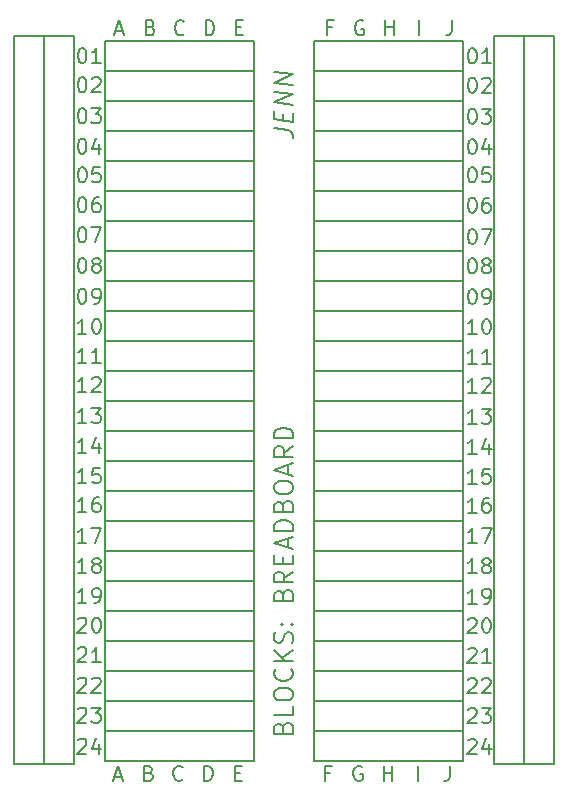
<source format=gto>
G04 #@! TF.GenerationSoftware,KiCad,Pcbnew,(6.0.8-1)-1*
G04 #@! TF.CreationDate,2022-11-13T23:51:14-06:00*
G04 #@! TF.ProjectId,BlocksBreadboard,426c6f63-6b73-4427-9265-6164626f6172,rev?*
G04 #@! TF.SameCoordinates,Original*
G04 #@! TF.FileFunction,Legend,Top*
G04 #@! TF.FilePolarity,Positive*
%FSLAX46Y46*%
G04 Gerber Fmt 4.6, Leading zero omitted, Abs format (unit mm)*
G04 Created by KiCad (PCBNEW (6.0.8-1)-1) date 2022-11-13 23:51:14*
%MOMM*%
%LPD*%
G01*
G04 APERTURE LIST*
%ADD10C,0.150000*%
%ADD11C,0.190500*%
%ADD12C,0.200000*%
%ADD13C,1.700000*%
%ADD14O,1.700000X1.700000*%
G04 APERTURE END LIST*
D10*
X163830000Y-49149000D02*
X168910000Y-49149000D01*
X168910000Y-49149000D02*
X168910000Y-110744000D01*
X168910000Y-110744000D02*
X163830000Y-110744000D01*
X163830000Y-110744000D02*
X163830000Y-49149000D01*
X161195173Y-49555088D02*
X161195173Y-110515088D01*
X130873500Y-110515088D02*
X143510000Y-110515088D01*
X130869921Y-102901745D02*
X143510000Y-102895088D01*
X148622173Y-62255088D02*
X161195173Y-62255088D01*
X148622173Y-87655088D02*
X161195173Y-87655088D01*
X130937000Y-95275088D02*
X143510000Y-95275088D01*
X130937000Y-80035088D02*
X143510000Y-80035088D01*
X130937000Y-62255088D02*
X143510000Y-62255088D01*
X130937000Y-74955088D02*
X143510000Y-74955088D01*
X130937000Y-100355088D02*
X143510000Y-100355088D01*
X130937000Y-64795088D02*
X143510000Y-64795088D01*
X148558673Y-110515088D02*
X161195173Y-110515088D01*
X148558673Y-90195088D02*
X161131673Y-90195088D01*
X148558673Y-105435088D02*
X161195173Y-105435088D01*
X130937000Y-69875088D02*
X143510000Y-69875088D01*
X148622173Y-57175088D02*
X161195173Y-57175088D01*
X130937000Y-87655088D02*
X143510000Y-87655088D01*
X130937000Y-52095088D02*
X143510000Y-52095088D01*
X148622173Y-85115088D02*
X161195173Y-85115088D01*
X148622173Y-74955088D02*
X161195173Y-74955088D01*
X130873500Y-90195088D02*
X143446500Y-90195088D01*
X130873500Y-105435088D02*
X143510000Y-105435088D01*
X130873500Y-110515088D02*
X130873500Y-49555088D01*
X130937000Y-59715088D02*
X143510000Y-59715088D01*
X148558673Y-72415088D02*
X161131673Y-72415088D01*
X130937000Y-97815088D02*
X143510000Y-97815088D01*
X148558673Y-110515088D02*
X148558673Y-49555088D01*
X148622173Y-67335088D02*
X161195173Y-67335088D01*
X130937000Y-57175088D02*
X143510000Y-57175088D01*
X148622173Y-100355088D02*
X161195173Y-100355088D01*
X130873500Y-49555088D02*
X143446500Y-49555088D01*
X148622173Y-64795088D02*
X161195173Y-64795088D01*
X148558673Y-54635088D02*
X161131673Y-54635088D01*
X130937000Y-85115088D02*
X143510000Y-85115088D01*
X125730000Y-49149000D02*
X125730000Y-110744000D01*
X148622173Y-95275088D02*
X161195173Y-95275088D01*
X166370000Y-49149000D02*
X166370000Y-110744000D01*
X123190000Y-49149000D02*
X128270000Y-49149000D01*
X128270000Y-49149000D02*
X128270000Y-110744000D01*
X128270000Y-110744000D02*
X123190000Y-110744000D01*
X123190000Y-110744000D02*
X123190000Y-49149000D01*
X148558673Y-107975088D02*
X161195173Y-107975088D01*
X143510000Y-49555088D02*
X143510000Y-110515088D01*
X130873500Y-107975088D02*
X143510000Y-107975088D01*
X130937000Y-67335088D02*
X143510000Y-67335088D01*
X148622173Y-82575088D02*
X161195173Y-82575088D01*
X130937000Y-82575088D02*
X143510000Y-82575088D01*
X148622173Y-52095088D02*
X161195173Y-52095088D01*
X148555094Y-102901745D02*
X161195173Y-102895088D01*
X148622173Y-69875088D02*
X161195173Y-69875088D01*
X148622173Y-92735088D02*
X161195173Y-92735088D01*
X148622173Y-59715088D02*
X161195173Y-59715088D01*
X148558673Y-49555088D02*
X161131673Y-49555088D01*
X130937000Y-92735088D02*
X143510000Y-92735088D01*
X148622173Y-77495088D02*
X161195173Y-77495088D01*
X148622173Y-97815088D02*
X161195173Y-97815088D01*
X130873500Y-54635088D02*
X143446500Y-54635088D01*
X148622173Y-80035088D02*
X161195173Y-80035088D01*
X130873500Y-72415088D02*
X143446500Y-72415088D01*
X130937000Y-77495088D02*
X143510000Y-77495088D01*
D11*
X154577142Y-49088523D02*
X154577142Y-47818523D01*
X154577142Y-48423285D02*
X155302857Y-48423285D01*
X155302857Y-49088523D02*
X155302857Y-47818523D01*
X137426095Y-112086571D02*
X137365619Y-112147047D01*
X137184190Y-112207523D01*
X137063238Y-112207523D01*
X136881809Y-112147047D01*
X136760857Y-112026095D01*
X136700380Y-111905142D01*
X136639904Y-111663238D01*
X136639904Y-111481809D01*
X136700380Y-111239904D01*
X136760857Y-111118952D01*
X136881809Y-110998000D01*
X137063238Y-110937523D01*
X137184190Y-110937523D01*
X137365619Y-110998000D01*
X137426095Y-111058476D01*
X141840857Y-111542285D02*
X142264190Y-111542285D01*
X142445619Y-112207523D02*
X141840857Y-112207523D01*
X141840857Y-110937523D01*
X142445619Y-110937523D01*
X162319788Y-97197706D02*
X161594073Y-97197706D01*
X161956931Y-97197706D02*
X161956931Y-95927706D01*
X161835978Y-96109135D01*
X161715026Y-96230087D01*
X161594073Y-96290563D01*
X162924550Y-97197706D02*
X163166454Y-97197706D01*
X163287407Y-97137230D01*
X163347883Y-97076754D01*
X163468835Y-96895325D01*
X163529312Y-96653421D01*
X163529312Y-96169611D01*
X163468835Y-96048659D01*
X163408359Y-95988183D01*
X163287407Y-95927706D01*
X163045502Y-95927706D01*
X162924550Y-95988183D01*
X162864073Y-96048659D01*
X162803597Y-96169611D01*
X162803597Y-96471992D01*
X162864073Y-96592944D01*
X162924550Y-96653421D01*
X163045502Y-96713897D01*
X163287407Y-96713897D01*
X163408359Y-96653421D01*
X163468835Y-96592944D01*
X163529312Y-96471992D01*
X131777619Y-48725666D02*
X132382380Y-48725666D01*
X131656666Y-49088523D02*
X132080000Y-47818523D01*
X132503333Y-49088523D01*
X128862072Y-70543202D02*
X128983025Y-70543202D01*
X129103977Y-70603679D01*
X129164453Y-70664155D01*
X129224930Y-70785107D01*
X129285406Y-71027012D01*
X129285406Y-71329393D01*
X129224930Y-71571298D01*
X129164453Y-71692250D01*
X129103977Y-71752726D01*
X128983025Y-71813202D01*
X128862072Y-71813202D01*
X128741120Y-71752726D01*
X128680644Y-71692250D01*
X128620168Y-71571298D01*
X128559691Y-71329393D01*
X128559691Y-71027012D01*
X128620168Y-70785107D01*
X128680644Y-70664155D01*
X128741120Y-70603679D01*
X128862072Y-70543202D01*
X129890168Y-71813202D02*
X130132072Y-71813202D01*
X130253025Y-71752726D01*
X130313501Y-71692250D01*
X130434453Y-71510821D01*
X130494930Y-71268917D01*
X130494930Y-70785107D01*
X130434453Y-70664155D01*
X130373977Y-70603679D01*
X130253025Y-70543202D01*
X130011120Y-70543202D01*
X129890168Y-70603679D01*
X129829691Y-70664155D01*
X129769215Y-70785107D01*
X129769215Y-71087488D01*
X129829691Y-71208440D01*
X129890168Y-71268917D01*
X130011120Y-71329393D01*
X130253025Y-71329393D01*
X130373977Y-71268917D01*
X130434453Y-71208440D01*
X130494930Y-71087488D01*
X128559691Y-108752813D02*
X128620168Y-108692337D01*
X128741120Y-108631860D01*
X129043501Y-108631860D01*
X129164453Y-108692337D01*
X129224930Y-108752813D01*
X129285406Y-108873765D01*
X129285406Y-108994717D01*
X129224930Y-109176146D01*
X128499215Y-109901860D01*
X129285406Y-109901860D01*
X130373977Y-109055194D02*
X130373977Y-109901860D01*
X130071596Y-108571384D02*
X129769215Y-109478527D01*
X130555406Y-109478527D01*
X129285406Y-79306202D02*
X128559691Y-79306202D01*
X128922549Y-79306202D02*
X128922549Y-78036202D01*
X128801596Y-78217631D01*
X128680644Y-78338583D01*
X128559691Y-78399059D01*
X129769215Y-78157155D02*
X129829691Y-78096679D01*
X129950644Y-78036202D01*
X130253025Y-78036202D01*
X130373977Y-78096679D01*
X130434453Y-78157155D01*
X130494930Y-78278107D01*
X130494930Y-78399059D01*
X130434453Y-78580488D01*
X129708739Y-79306202D01*
X130494930Y-79306202D01*
X131650619Y-111844666D02*
X132255380Y-111844666D01*
X131529666Y-112207523D02*
X131953000Y-110937523D01*
X132376333Y-112207523D01*
X161896454Y-62835303D02*
X162017407Y-62835303D01*
X162138359Y-62895780D01*
X162198835Y-62956256D01*
X162259312Y-63077208D01*
X162319788Y-63319113D01*
X162319788Y-63621494D01*
X162259312Y-63863399D01*
X162198835Y-63984351D01*
X162138359Y-64044827D01*
X162017407Y-64105303D01*
X161896454Y-64105303D01*
X161775502Y-64044827D01*
X161715026Y-63984351D01*
X161654550Y-63863399D01*
X161594073Y-63621494D01*
X161594073Y-63319113D01*
X161654550Y-63077208D01*
X161715026Y-62956256D01*
X161775502Y-62895780D01*
X161896454Y-62835303D01*
X163408359Y-62835303D02*
X163166454Y-62835303D01*
X163045502Y-62895780D01*
X162985026Y-62956256D01*
X162864073Y-63137684D01*
X162803597Y-63379589D01*
X162803597Y-63863399D01*
X162864073Y-63984351D01*
X162924550Y-64044827D01*
X163045502Y-64105303D01*
X163287407Y-64105303D01*
X163408359Y-64044827D01*
X163468835Y-63984351D01*
X163529312Y-63863399D01*
X163529312Y-63561018D01*
X163468835Y-63440065D01*
X163408359Y-63379589D01*
X163287407Y-63319113D01*
X163045502Y-63319113D01*
X162924550Y-63379589D01*
X162864073Y-63440065D01*
X162803597Y-63561018D01*
X162319788Y-92078986D02*
X161594073Y-92078986D01*
X161956931Y-92078986D02*
X161956931Y-90808986D01*
X161835978Y-90990415D01*
X161715026Y-91111367D01*
X161594073Y-91171843D01*
X162743121Y-90808986D02*
X163589788Y-90808986D01*
X163045502Y-92078986D01*
X161896454Y-52685207D02*
X162017407Y-52685207D01*
X162138359Y-52745684D01*
X162198835Y-52806160D01*
X162259312Y-52927112D01*
X162319788Y-53169017D01*
X162319788Y-53471398D01*
X162259312Y-53713303D01*
X162198835Y-53834255D01*
X162138359Y-53894731D01*
X162017407Y-53955207D01*
X161896454Y-53955207D01*
X161775502Y-53894731D01*
X161715026Y-53834255D01*
X161654550Y-53713303D01*
X161594073Y-53471398D01*
X161594073Y-53169017D01*
X161654550Y-52927112D01*
X161715026Y-52806160D01*
X161775502Y-52745684D01*
X161896454Y-52685207D01*
X162803597Y-52806160D02*
X162864073Y-52745684D01*
X162985026Y-52685207D01*
X163287407Y-52685207D01*
X163408359Y-52745684D01*
X163468835Y-52806160D01*
X163529312Y-52927112D01*
X163529312Y-53048064D01*
X163468835Y-53229493D01*
X162743121Y-53955207D01*
X163529312Y-53955207D01*
X161896454Y-70582303D02*
X162017407Y-70582303D01*
X162138359Y-70642780D01*
X162198835Y-70703256D01*
X162259312Y-70824208D01*
X162319788Y-71066113D01*
X162319788Y-71368494D01*
X162259312Y-71610399D01*
X162198835Y-71731351D01*
X162138359Y-71791827D01*
X162017407Y-71852303D01*
X161896454Y-71852303D01*
X161775502Y-71791827D01*
X161715026Y-71731351D01*
X161654550Y-71610399D01*
X161594073Y-71368494D01*
X161594073Y-71066113D01*
X161654550Y-70824208D01*
X161715026Y-70703256D01*
X161775502Y-70642780D01*
X161896454Y-70582303D01*
X162924550Y-71852303D02*
X163166454Y-71852303D01*
X163287407Y-71791827D01*
X163347883Y-71731351D01*
X163468835Y-71549922D01*
X163529312Y-71308018D01*
X163529312Y-70824208D01*
X163468835Y-70703256D01*
X163408359Y-70642780D01*
X163287407Y-70582303D01*
X163045502Y-70582303D01*
X162924550Y-70642780D01*
X162864073Y-70703256D01*
X162803597Y-70824208D01*
X162803597Y-71126589D01*
X162864073Y-71247541D01*
X162924550Y-71308018D01*
X163045502Y-71368494D01*
X163287407Y-71368494D01*
X163408359Y-71308018D01*
X163468835Y-71247541D01*
X163529312Y-71126589D01*
D12*
X145179285Y-56973636D02*
X146315000Y-57115600D01*
X146542142Y-57219708D01*
X146693571Y-57390065D01*
X146769285Y-57626672D01*
X146769285Y-57778100D01*
X145936428Y-56311136D02*
X145936428Y-55781136D01*
X146769285Y-55658100D02*
X146769285Y-56415243D01*
X145179285Y-56216493D01*
X145179285Y-55459350D01*
X146769285Y-54976672D02*
X145179285Y-54777922D01*
X146769285Y-54068100D01*
X145179285Y-53869350D01*
X146769285Y-53310958D02*
X145179285Y-53112208D01*
X146769285Y-52402386D01*
X145179285Y-52203636D01*
D11*
X150041428Y-48423285D02*
X149618095Y-48423285D01*
X149618095Y-49088523D02*
X149618095Y-47818523D01*
X150222857Y-47818523D01*
X162319788Y-74392303D02*
X161594073Y-74392303D01*
X161956931Y-74392303D02*
X161956931Y-73122303D01*
X161835978Y-73303732D01*
X161715026Y-73424684D01*
X161594073Y-73485160D01*
X163105978Y-73122303D02*
X163226931Y-73122303D01*
X163347883Y-73182780D01*
X163408359Y-73243256D01*
X163468835Y-73364208D01*
X163529312Y-73606113D01*
X163529312Y-73908494D01*
X163468835Y-74150399D01*
X163408359Y-74271351D01*
X163347883Y-74331827D01*
X163226931Y-74392303D01*
X163105978Y-74392303D01*
X162985026Y-74331827D01*
X162924550Y-74271351D01*
X162864073Y-74150399D01*
X162803597Y-73908494D01*
X162803597Y-73606113D01*
X162864073Y-73364208D01*
X162924550Y-73243256D01*
X162985026Y-73182780D01*
X163105978Y-73122303D01*
X149914428Y-111542285D02*
X149491095Y-111542285D01*
X149491095Y-112207523D02*
X149491095Y-110937523D01*
X150095857Y-110937523D01*
X162319788Y-79345303D02*
X161594073Y-79345303D01*
X161956931Y-79345303D02*
X161956931Y-78075303D01*
X161835978Y-78256732D01*
X161715026Y-78377684D01*
X161594073Y-78438160D01*
X162803597Y-78196256D02*
X162864073Y-78135780D01*
X162985026Y-78075303D01*
X163287407Y-78075303D01*
X163408359Y-78135780D01*
X163468835Y-78196256D01*
X163529312Y-78317208D01*
X163529312Y-78438160D01*
X163468835Y-78619589D01*
X162743121Y-79345303D01*
X163529312Y-79345303D01*
X160074428Y-110937523D02*
X160074428Y-111844666D01*
X160013952Y-112026095D01*
X159893000Y-112147047D01*
X159711571Y-112207523D01*
X159590619Y-112207523D01*
X128862072Y-65344523D02*
X128983025Y-65344523D01*
X129103977Y-65405000D01*
X129164453Y-65465476D01*
X129224930Y-65586428D01*
X129285406Y-65828333D01*
X129285406Y-66130714D01*
X129224930Y-66372619D01*
X129164453Y-66493571D01*
X129103977Y-66554047D01*
X128983025Y-66614523D01*
X128862072Y-66614523D01*
X128741120Y-66554047D01*
X128680644Y-66493571D01*
X128620168Y-66372619D01*
X128559691Y-66130714D01*
X128559691Y-65828333D01*
X128620168Y-65586428D01*
X128680644Y-65465476D01*
X128741120Y-65405000D01*
X128862072Y-65344523D01*
X129708739Y-65344523D02*
X130555406Y-65344523D01*
X130011120Y-66614523D01*
X162319788Y-94651607D02*
X161594073Y-94651607D01*
X161956931Y-94651607D02*
X161956931Y-93381607D01*
X161835978Y-93563036D01*
X161715026Y-93683988D01*
X161594073Y-93744464D01*
X163045502Y-93925893D02*
X162924550Y-93865417D01*
X162864073Y-93804941D01*
X162803597Y-93683988D01*
X162803597Y-93623512D01*
X162864073Y-93502560D01*
X162924550Y-93442084D01*
X163045502Y-93381607D01*
X163287407Y-93381607D01*
X163408359Y-93442084D01*
X163468835Y-93502560D01*
X163529312Y-93623512D01*
X163529312Y-93683988D01*
X163468835Y-93804941D01*
X163408359Y-93865417D01*
X163287407Y-93925893D01*
X163045502Y-93925893D01*
X162924550Y-93986369D01*
X162864073Y-94046845D01*
X162803597Y-94167798D01*
X162803597Y-94409703D01*
X162864073Y-94530655D01*
X162924550Y-94591131D01*
X163045502Y-94651607D01*
X163287407Y-94651607D01*
X163408359Y-94591131D01*
X163468835Y-94530655D01*
X163529312Y-94409703D01*
X163529312Y-94167798D01*
X163468835Y-94046845D01*
X163408359Y-93986369D01*
X163287407Y-93925893D01*
X129285406Y-87010912D02*
X128559691Y-87010912D01*
X128922549Y-87010912D02*
X128922549Y-85740912D01*
X128801596Y-85922341D01*
X128680644Y-86043293D01*
X128559691Y-86103769D01*
X130434453Y-85740912D02*
X129829691Y-85740912D01*
X129769215Y-86345674D01*
X129829691Y-86285198D01*
X129950644Y-86224722D01*
X130253025Y-86224722D01*
X130373977Y-86285198D01*
X130434453Y-86345674D01*
X130494930Y-86466627D01*
X130494930Y-86769008D01*
X130434453Y-86889960D01*
X130373977Y-86950436D01*
X130253025Y-87010912D01*
X129950644Y-87010912D01*
X129829691Y-86950436D01*
X129769215Y-86889960D01*
X128862072Y-67936118D02*
X128983025Y-67936118D01*
X129103977Y-67996595D01*
X129164453Y-68057071D01*
X129224930Y-68178023D01*
X129285406Y-68419928D01*
X129285406Y-68722309D01*
X129224930Y-68964214D01*
X129164453Y-69085166D01*
X129103977Y-69145642D01*
X128983025Y-69206118D01*
X128862072Y-69206118D01*
X128741120Y-69145642D01*
X128680644Y-69085166D01*
X128620168Y-68964214D01*
X128559691Y-68722309D01*
X128559691Y-68419928D01*
X128620168Y-68178023D01*
X128680644Y-68057071D01*
X128741120Y-67996595D01*
X128862072Y-67936118D01*
X130011120Y-68480404D02*
X129890168Y-68419928D01*
X129829691Y-68359452D01*
X129769215Y-68238499D01*
X129769215Y-68178023D01*
X129829691Y-68057071D01*
X129890168Y-67996595D01*
X130011120Y-67936118D01*
X130253025Y-67936118D01*
X130373977Y-67996595D01*
X130434453Y-68057071D01*
X130494930Y-68178023D01*
X130494930Y-68238499D01*
X130434453Y-68359452D01*
X130373977Y-68419928D01*
X130253025Y-68480404D01*
X130011120Y-68480404D01*
X129890168Y-68540880D01*
X129829691Y-68601356D01*
X129769215Y-68722309D01*
X129769215Y-68964214D01*
X129829691Y-69085166D01*
X129890168Y-69145642D01*
X130011120Y-69206118D01*
X130253025Y-69206118D01*
X130373977Y-69145642D01*
X130434453Y-69085166D01*
X130494930Y-68964214D01*
X130494930Y-68722309D01*
X130434453Y-68601356D01*
X130373977Y-68540880D01*
X130253025Y-68480404D01*
X128862072Y-57843202D02*
X128983025Y-57843202D01*
X129103977Y-57903679D01*
X129164453Y-57964155D01*
X129224930Y-58085107D01*
X129285406Y-58327012D01*
X129285406Y-58629393D01*
X129224930Y-58871298D01*
X129164453Y-58992250D01*
X129103977Y-59052726D01*
X128983025Y-59113202D01*
X128862072Y-59113202D01*
X128741120Y-59052726D01*
X128680644Y-58992250D01*
X128620168Y-58871298D01*
X128559691Y-58629393D01*
X128559691Y-58327012D01*
X128620168Y-58085107D01*
X128680644Y-57964155D01*
X128741120Y-57903679D01*
X128862072Y-57843202D01*
X130373977Y-58266536D02*
X130373977Y-59113202D01*
X130071596Y-57782726D02*
X129769215Y-58689869D01*
X130555406Y-58689869D01*
D12*
X145936428Y-107673428D02*
X146012142Y-107446285D01*
X146087857Y-107370571D01*
X146239285Y-107294857D01*
X146466428Y-107294857D01*
X146617857Y-107370571D01*
X146693571Y-107446285D01*
X146769285Y-107597714D01*
X146769285Y-108203428D01*
X145179285Y-108203428D01*
X145179285Y-107673428D01*
X145255000Y-107522000D01*
X145330714Y-107446285D01*
X145482142Y-107370571D01*
X145633571Y-107370571D01*
X145785000Y-107446285D01*
X145860714Y-107522000D01*
X145936428Y-107673428D01*
X145936428Y-108203428D01*
X146769285Y-105856285D02*
X146769285Y-106613428D01*
X145179285Y-106613428D01*
X145179285Y-105023428D02*
X145179285Y-104720571D01*
X145255000Y-104569142D01*
X145406428Y-104417714D01*
X145709285Y-104342000D01*
X146239285Y-104342000D01*
X146542142Y-104417714D01*
X146693571Y-104569142D01*
X146769285Y-104720571D01*
X146769285Y-105023428D01*
X146693571Y-105174857D01*
X146542142Y-105326285D01*
X146239285Y-105402000D01*
X145709285Y-105402000D01*
X145406428Y-105326285D01*
X145255000Y-105174857D01*
X145179285Y-105023428D01*
X146617857Y-102752000D02*
X146693571Y-102827714D01*
X146769285Y-103054857D01*
X146769285Y-103206285D01*
X146693571Y-103433428D01*
X146542142Y-103584857D01*
X146390714Y-103660571D01*
X146087857Y-103736285D01*
X145860714Y-103736285D01*
X145557857Y-103660571D01*
X145406428Y-103584857D01*
X145255000Y-103433428D01*
X145179285Y-103206285D01*
X145179285Y-103054857D01*
X145255000Y-102827714D01*
X145330714Y-102752000D01*
X146769285Y-102070571D02*
X145179285Y-102070571D01*
X146769285Y-101162000D02*
X145860714Y-101843428D01*
X145179285Y-101162000D02*
X146087857Y-102070571D01*
X146693571Y-100556285D02*
X146769285Y-100329142D01*
X146769285Y-99950571D01*
X146693571Y-99799142D01*
X146617857Y-99723428D01*
X146466428Y-99647714D01*
X146315000Y-99647714D01*
X146163571Y-99723428D01*
X146087857Y-99799142D01*
X146012142Y-99950571D01*
X145936428Y-100253428D01*
X145860714Y-100404857D01*
X145785000Y-100480571D01*
X145633571Y-100556285D01*
X145482142Y-100556285D01*
X145330714Y-100480571D01*
X145255000Y-100404857D01*
X145179285Y-100253428D01*
X145179285Y-99874857D01*
X145255000Y-99647714D01*
X146617857Y-98966285D02*
X146693571Y-98890571D01*
X146769285Y-98966285D01*
X146693571Y-99042000D01*
X146617857Y-98966285D01*
X146769285Y-98966285D01*
X145785000Y-98966285D02*
X145860714Y-98890571D01*
X145936428Y-98966285D01*
X145860714Y-99042000D01*
X145785000Y-98966285D01*
X145936428Y-98966285D01*
X145936428Y-96467714D02*
X146012142Y-96240571D01*
X146087857Y-96164857D01*
X146239285Y-96089142D01*
X146466428Y-96089142D01*
X146617857Y-96164857D01*
X146693571Y-96240571D01*
X146769285Y-96392000D01*
X146769285Y-96997714D01*
X145179285Y-96997714D01*
X145179285Y-96467714D01*
X145255000Y-96316285D01*
X145330714Y-96240571D01*
X145482142Y-96164857D01*
X145633571Y-96164857D01*
X145785000Y-96240571D01*
X145860714Y-96316285D01*
X145936428Y-96467714D01*
X145936428Y-96997714D01*
X146769285Y-94499142D02*
X146012142Y-95029142D01*
X146769285Y-95407714D02*
X145179285Y-95407714D01*
X145179285Y-94802000D01*
X145255000Y-94650571D01*
X145330714Y-94574857D01*
X145482142Y-94499142D01*
X145709285Y-94499142D01*
X145860714Y-94574857D01*
X145936428Y-94650571D01*
X146012142Y-94802000D01*
X146012142Y-95407714D01*
X145936428Y-93817714D02*
X145936428Y-93287714D01*
X146769285Y-93060571D02*
X146769285Y-93817714D01*
X145179285Y-93817714D01*
X145179285Y-93060571D01*
X146315000Y-92454857D02*
X146315000Y-91697714D01*
X146769285Y-92606285D02*
X145179285Y-92076285D01*
X146769285Y-91546285D01*
X146769285Y-91016285D02*
X145179285Y-91016285D01*
X145179285Y-90637714D01*
X145255000Y-90410571D01*
X145406428Y-90259142D01*
X145557857Y-90183428D01*
X145860714Y-90107714D01*
X146087857Y-90107714D01*
X146390714Y-90183428D01*
X146542142Y-90259142D01*
X146693571Y-90410571D01*
X146769285Y-90637714D01*
X146769285Y-91016285D01*
X145936428Y-88896285D02*
X146012142Y-88669142D01*
X146087857Y-88593428D01*
X146239285Y-88517714D01*
X146466428Y-88517714D01*
X146617857Y-88593428D01*
X146693571Y-88669142D01*
X146769285Y-88820571D01*
X146769285Y-89426285D01*
X145179285Y-89426285D01*
X145179285Y-88896285D01*
X145255000Y-88744857D01*
X145330714Y-88669142D01*
X145482142Y-88593428D01*
X145633571Y-88593428D01*
X145785000Y-88669142D01*
X145860714Y-88744857D01*
X145936428Y-88896285D01*
X145936428Y-89426285D01*
X145179285Y-87533428D02*
X145179285Y-87230571D01*
X145255000Y-87079142D01*
X145406428Y-86927714D01*
X145709285Y-86852000D01*
X146239285Y-86852000D01*
X146542142Y-86927714D01*
X146693571Y-87079142D01*
X146769285Y-87230571D01*
X146769285Y-87533428D01*
X146693571Y-87684857D01*
X146542142Y-87836285D01*
X146239285Y-87912000D01*
X145709285Y-87912000D01*
X145406428Y-87836285D01*
X145255000Y-87684857D01*
X145179285Y-87533428D01*
X146315000Y-86246285D02*
X146315000Y-85489142D01*
X146769285Y-86397714D02*
X145179285Y-85867714D01*
X146769285Y-85337714D01*
X146769285Y-83899142D02*
X146012142Y-84429142D01*
X146769285Y-84807714D02*
X145179285Y-84807714D01*
X145179285Y-84202000D01*
X145255000Y-84050571D01*
X145330714Y-83974857D01*
X145482142Y-83899142D01*
X145709285Y-83899142D01*
X145860714Y-83974857D01*
X145936428Y-84050571D01*
X146012142Y-84202000D01*
X146012142Y-84807714D01*
X146769285Y-83217714D02*
X145179285Y-83217714D01*
X145179285Y-82839142D01*
X145255000Y-82612000D01*
X145406428Y-82460571D01*
X145557857Y-82384857D01*
X145860714Y-82309142D01*
X146087857Y-82309142D01*
X146390714Y-82384857D01*
X146542142Y-82460571D01*
X146693571Y-82612000D01*
X146769285Y-82839142D01*
X146769285Y-83217714D01*
D11*
X134583714Y-111542285D02*
X134765142Y-111602761D01*
X134825619Y-111663238D01*
X134886095Y-111784190D01*
X134886095Y-111965619D01*
X134825619Y-112086571D01*
X134765142Y-112147047D01*
X134644190Y-112207523D01*
X134160380Y-112207523D01*
X134160380Y-110937523D01*
X134583714Y-110937523D01*
X134704666Y-110998000D01*
X134765142Y-111058476D01*
X134825619Y-111179428D01*
X134825619Y-111300380D01*
X134765142Y-111421333D01*
X134704666Y-111481809D01*
X134583714Y-111542285D01*
X134160380Y-111542285D01*
X129285406Y-81927959D02*
X128559691Y-81927959D01*
X128922549Y-81927959D02*
X128922549Y-80657959D01*
X128801596Y-80839388D01*
X128680644Y-80960340D01*
X128559691Y-81020816D01*
X129708739Y-80657959D02*
X130494930Y-80657959D01*
X130071596Y-81141769D01*
X130253025Y-81141769D01*
X130373977Y-81202245D01*
X130434453Y-81262721D01*
X130494930Y-81383674D01*
X130494930Y-81686055D01*
X130434453Y-81807007D01*
X130373977Y-81867483D01*
X130253025Y-81927959D01*
X129890168Y-81927959D01*
X129769215Y-81867483D01*
X129708739Y-81807007D01*
X152732619Y-47879000D02*
X152611666Y-47818523D01*
X152430238Y-47818523D01*
X152248809Y-47879000D01*
X152127857Y-47999952D01*
X152067380Y-48120904D01*
X152006904Y-48362809D01*
X152006904Y-48544238D01*
X152067380Y-48786142D01*
X152127857Y-48907095D01*
X152248809Y-49028047D01*
X152430238Y-49088523D01*
X152551190Y-49088523D01*
X152732619Y-49028047D01*
X152793095Y-48967571D01*
X152793095Y-48544238D01*
X152551190Y-48544238D01*
X161894761Y-60264523D02*
X162015714Y-60264523D01*
X162136666Y-60325000D01*
X162197142Y-60385476D01*
X162257619Y-60506428D01*
X162318095Y-60748333D01*
X162318095Y-61050714D01*
X162257619Y-61292619D01*
X162197142Y-61413571D01*
X162136666Y-61474047D01*
X162015714Y-61534523D01*
X161894761Y-61534523D01*
X161773809Y-61474047D01*
X161713333Y-61413571D01*
X161652857Y-61292619D01*
X161592380Y-61050714D01*
X161592380Y-60748333D01*
X161652857Y-60506428D01*
X161713333Y-60385476D01*
X161773809Y-60325000D01*
X161894761Y-60264523D01*
X163467142Y-60264523D02*
X162862380Y-60264523D01*
X162801904Y-60869285D01*
X162862380Y-60808809D01*
X162983333Y-60748333D01*
X163285714Y-60748333D01*
X163406666Y-60808809D01*
X163467142Y-60869285D01*
X163527619Y-60990238D01*
X163527619Y-61292619D01*
X163467142Y-61413571D01*
X163406666Y-61474047D01*
X163285714Y-61534523D01*
X162983333Y-61534523D01*
X162862380Y-61474047D01*
X162801904Y-61413571D01*
X129285406Y-97158605D02*
X128559691Y-97158605D01*
X128922549Y-97158605D02*
X128922549Y-95888605D01*
X128801596Y-96070034D01*
X128680644Y-96190986D01*
X128559691Y-96251462D01*
X129890168Y-97158605D02*
X130132072Y-97158605D01*
X130253025Y-97098129D01*
X130313501Y-97037653D01*
X130434453Y-96856224D01*
X130494930Y-96614320D01*
X130494930Y-96130510D01*
X130434453Y-96009558D01*
X130373977Y-95949082D01*
X130253025Y-95888605D01*
X130011120Y-95888605D01*
X129890168Y-95949082D01*
X129829691Y-96009558D01*
X129769215Y-96130510D01*
X129769215Y-96432891D01*
X129829691Y-96553843D01*
X129890168Y-96614320D01*
X130011120Y-96674796D01*
X130253025Y-96674796D01*
X130373977Y-96614320D01*
X130434453Y-96553843D01*
X130494930Y-96432891D01*
X128862072Y-55266542D02*
X128983025Y-55266542D01*
X129103977Y-55327019D01*
X129164453Y-55387495D01*
X129224930Y-55508447D01*
X129285406Y-55750352D01*
X129285406Y-56052733D01*
X129224930Y-56294638D01*
X129164453Y-56415590D01*
X129103977Y-56476066D01*
X128983025Y-56536542D01*
X128862072Y-56536542D01*
X128741120Y-56476066D01*
X128680644Y-56415590D01*
X128620168Y-56294638D01*
X128559691Y-56052733D01*
X128559691Y-55750352D01*
X128620168Y-55508447D01*
X128680644Y-55387495D01*
X128741120Y-55327019D01*
X128862072Y-55266542D01*
X129708739Y-55266542D02*
X130494930Y-55266542D01*
X130071596Y-55750352D01*
X130253025Y-55750352D01*
X130373977Y-55810828D01*
X130434453Y-55871304D01*
X130494930Y-55992257D01*
X130494930Y-56294638D01*
X130434453Y-56415590D01*
X130373977Y-56476066D01*
X130253025Y-56536542D01*
X129890168Y-56536542D01*
X129769215Y-56476066D01*
X129708739Y-56415590D01*
X129285406Y-76844832D02*
X128559691Y-76844832D01*
X128922549Y-76844832D02*
X128922549Y-75574832D01*
X128801596Y-75756261D01*
X128680644Y-75877213D01*
X128559691Y-75937689D01*
X130494930Y-76844832D02*
X129769215Y-76844832D01*
X130132072Y-76844832D02*
X130132072Y-75574832D01*
X130011120Y-75756261D01*
X129890168Y-75877213D01*
X129769215Y-75937689D01*
X152605619Y-110998000D02*
X152484666Y-110937523D01*
X152303238Y-110937523D01*
X152121809Y-110998000D01*
X152000857Y-111118952D01*
X151940380Y-111239904D01*
X151879904Y-111481809D01*
X151879904Y-111663238D01*
X151940380Y-111905142D01*
X152000857Y-112026095D01*
X152121809Y-112147047D01*
X152303238Y-112207523D01*
X152424190Y-112207523D01*
X152605619Y-112147047D01*
X152666095Y-112086571D01*
X152666095Y-111663238D01*
X152424190Y-111663238D01*
X128559691Y-106140535D02*
X128620168Y-106080059D01*
X128741120Y-106019582D01*
X129043501Y-106019582D01*
X129164453Y-106080059D01*
X129224930Y-106140535D01*
X129285406Y-106261487D01*
X129285406Y-106382439D01*
X129224930Y-106563868D01*
X128499215Y-107289582D01*
X129285406Y-107289582D01*
X129708739Y-106019582D02*
X130494930Y-106019582D01*
X130071596Y-106503392D01*
X130253025Y-106503392D01*
X130373977Y-106563868D01*
X130434453Y-106624344D01*
X130494930Y-106745297D01*
X130494930Y-107047678D01*
X130434453Y-107168630D01*
X130373977Y-107229106D01*
X130253025Y-107289582D01*
X129890168Y-107289582D01*
X129769215Y-107229106D01*
X129708739Y-107168630D01*
X129285406Y-84469435D02*
X128559691Y-84469435D01*
X128922549Y-84469435D02*
X128922549Y-83199435D01*
X128801596Y-83380864D01*
X128680644Y-83501816D01*
X128559691Y-83562292D01*
X130373977Y-83622769D02*
X130373977Y-84469435D01*
X130071596Y-83138959D02*
X129769215Y-84046102D01*
X130555406Y-84046102D01*
X128559691Y-98513385D02*
X128620168Y-98452909D01*
X128741120Y-98392432D01*
X129043501Y-98392432D01*
X129164453Y-98452909D01*
X129224930Y-98513385D01*
X129285406Y-98634337D01*
X129285406Y-98755289D01*
X129224930Y-98936718D01*
X128499215Y-99662432D01*
X129285406Y-99662432D01*
X130071596Y-98392432D02*
X130192549Y-98392432D01*
X130313501Y-98452909D01*
X130373977Y-98513385D01*
X130434453Y-98634337D01*
X130494930Y-98876242D01*
X130494930Y-99178623D01*
X130434453Y-99420528D01*
X130373977Y-99541480D01*
X130313501Y-99601956D01*
X130192549Y-99662432D01*
X130071596Y-99662432D01*
X129950644Y-99601956D01*
X129890168Y-99541480D01*
X129829691Y-99420528D01*
X129769215Y-99178623D01*
X129769215Y-98876242D01*
X129829691Y-98634337D01*
X129890168Y-98513385D01*
X129950644Y-98452909D01*
X130071596Y-98392432D01*
X162319788Y-89506366D02*
X161594073Y-89506366D01*
X161956931Y-89506366D02*
X161956931Y-88236366D01*
X161835978Y-88417795D01*
X161715026Y-88538747D01*
X161594073Y-88599223D01*
X163408359Y-88236366D02*
X163166454Y-88236366D01*
X163045502Y-88296843D01*
X162985026Y-88357319D01*
X162864073Y-88538747D01*
X162803597Y-88780652D01*
X162803597Y-89264462D01*
X162864073Y-89385414D01*
X162924550Y-89445890D01*
X163045502Y-89506366D01*
X163287407Y-89506366D01*
X163408359Y-89445890D01*
X163468835Y-89385414D01*
X163529312Y-89264462D01*
X163529312Y-88962081D01*
X163468835Y-88841128D01*
X163408359Y-88780652D01*
X163287407Y-88720176D01*
X163045502Y-88720176D01*
X162924550Y-88780652D01*
X162864073Y-88841128D01*
X162803597Y-88962081D01*
X161896454Y-57882303D02*
X162017407Y-57882303D01*
X162138359Y-57942780D01*
X162198835Y-58003256D01*
X162259312Y-58124208D01*
X162319788Y-58366113D01*
X162319788Y-58668494D01*
X162259312Y-58910399D01*
X162198835Y-59031351D01*
X162138359Y-59091827D01*
X162017407Y-59152303D01*
X161896454Y-59152303D01*
X161775502Y-59091827D01*
X161715026Y-59031351D01*
X161654550Y-58910399D01*
X161594073Y-58668494D01*
X161594073Y-58366113D01*
X161654550Y-58124208D01*
X161715026Y-58003256D01*
X161775502Y-57942780D01*
X161896454Y-57882303D01*
X163408359Y-58305637D02*
X163408359Y-59152303D01*
X163105978Y-57821827D02*
X162803597Y-58728970D01*
X163589788Y-58728970D01*
X162319788Y-87050013D02*
X161594073Y-87050013D01*
X161956931Y-87050013D02*
X161956931Y-85780013D01*
X161835978Y-85961442D01*
X161715026Y-86082394D01*
X161594073Y-86142870D01*
X163468835Y-85780013D02*
X162864073Y-85780013D01*
X162803597Y-86384775D01*
X162864073Y-86324299D01*
X162985026Y-86263823D01*
X163287407Y-86263823D01*
X163408359Y-86324299D01*
X163468835Y-86384775D01*
X163529312Y-86505728D01*
X163529312Y-86808109D01*
X163468835Y-86929061D01*
X163408359Y-86989537D01*
X163287407Y-87050013D01*
X162985026Y-87050013D01*
X162864073Y-86989537D01*
X162803597Y-86929061D01*
X162319788Y-81967060D02*
X161594073Y-81967060D01*
X161956931Y-81967060D02*
X161956931Y-80697060D01*
X161835978Y-80878489D01*
X161715026Y-80999441D01*
X161594073Y-81059917D01*
X162743121Y-80697060D02*
X163529312Y-80697060D01*
X163105978Y-81180870D01*
X163287407Y-81180870D01*
X163408359Y-81241346D01*
X163468835Y-81301822D01*
X163529312Y-81422775D01*
X163529312Y-81725156D01*
X163468835Y-81846108D01*
X163408359Y-81906584D01*
X163287407Y-81967060D01*
X162924550Y-81967060D01*
X162803597Y-81906584D01*
X162743121Y-81846108D01*
X157353000Y-112207523D02*
X157353000Y-110937523D01*
X162319788Y-76883933D02*
X161594073Y-76883933D01*
X161956931Y-76883933D02*
X161956931Y-75613933D01*
X161835978Y-75795362D01*
X161715026Y-75916314D01*
X161594073Y-75976790D01*
X163529312Y-76883933D02*
X162803597Y-76883933D01*
X163166454Y-76883933D02*
X163166454Y-75613933D01*
X163045502Y-75795362D01*
X162924550Y-75916314D01*
X162803597Y-75976790D01*
X128862072Y-52646106D02*
X128983025Y-52646106D01*
X129103977Y-52706583D01*
X129164453Y-52767059D01*
X129224930Y-52888011D01*
X129285406Y-53129916D01*
X129285406Y-53432297D01*
X129224930Y-53674202D01*
X129164453Y-53795154D01*
X129103977Y-53855630D01*
X128983025Y-53916106D01*
X128862072Y-53916106D01*
X128741120Y-53855630D01*
X128680644Y-53795154D01*
X128620168Y-53674202D01*
X128559691Y-53432297D01*
X128559691Y-53129916D01*
X128620168Y-52888011D01*
X128680644Y-52767059D01*
X128741120Y-52706583D01*
X128862072Y-52646106D01*
X129769215Y-52767059D02*
X129829691Y-52706583D01*
X129950644Y-52646106D01*
X130253025Y-52646106D01*
X130373977Y-52706583D01*
X130434453Y-52767059D01*
X130494930Y-52888011D01*
X130494930Y-53008963D01*
X130434453Y-53190392D01*
X129708739Y-53916106D01*
X130494930Y-53916106D01*
X161594073Y-101078251D02*
X161654550Y-101017775D01*
X161775502Y-100957298D01*
X162077883Y-100957298D01*
X162198835Y-101017775D01*
X162259312Y-101078251D01*
X162319788Y-101199203D01*
X162319788Y-101320155D01*
X162259312Y-101501584D01*
X161533597Y-102227298D01*
X162319788Y-102227298D01*
X163529312Y-102227298D02*
X162803597Y-102227298D01*
X163166454Y-102227298D02*
X163166454Y-100957298D01*
X163045502Y-101138727D01*
X162924550Y-101259679D01*
X162803597Y-101320155D01*
X129285406Y-94612506D02*
X128559691Y-94612506D01*
X128922549Y-94612506D02*
X128922549Y-93342506D01*
X128801596Y-93523935D01*
X128680644Y-93644887D01*
X128559691Y-93705363D01*
X130011120Y-93886792D02*
X129890168Y-93826316D01*
X129829691Y-93765840D01*
X129769215Y-93644887D01*
X129769215Y-93584411D01*
X129829691Y-93463459D01*
X129890168Y-93402983D01*
X130011120Y-93342506D01*
X130253025Y-93342506D01*
X130373977Y-93402983D01*
X130434453Y-93463459D01*
X130494930Y-93584411D01*
X130494930Y-93644887D01*
X130434453Y-93765840D01*
X130373977Y-93826316D01*
X130253025Y-93886792D01*
X130011120Y-93886792D01*
X129890168Y-93947268D01*
X129829691Y-94007744D01*
X129769215Y-94128697D01*
X129769215Y-94370602D01*
X129829691Y-94491554D01*
X129890168Y-94552030D01*
X130011120Y-94612506D01*
X130253025Y-94612506D01*
X130373977Y-94552030D01*
X130434453Y-94491554D01*
X130494930Y-94370602D01*
X130494930Y-94128697D01*
X130434453Y-94007744D01*
X130373977Y-93947268D01*
X130253025Y-93886792D01*
X139367380Y-49088523D02*
X139367380Y-47818523D01*
X139669761Y-47818523D01*
X139851190Y-47879000D01*
X139972142Y-47999952D01*
X140032619Y-48120904D01*
X140093095Y-48362809D01*
X140093095Y-48544238D01*
X140032619Y-48786142D01*
X139972142Y-48907095D01*
X139851190Y-49028047D01*
X139669761Y-49088523D01*
X139367380Y-49088523D01*
X161594073Y-106179636D02*
X161654550Y-106119160D01*
X161775502Y-106058683D01*
X162077883Y-106058683D01*
X162198835Y-106119160D01*
X162259312Y-106179636D01*
X162319788Y-106300588D01*
X162319788Y-106421540D01*
X162259312Y-106602969D01*
X161533597Y-107328683D01*
X162319788Y-107328683D01*
X162743121Y-106058683D02*
X163529312Y-106058683D01*
X163105978Y-106542493D01*
X163287407Y-106542493D01*
X163408359Y-106602969D01*
X163468835Y-106663445D01*
X163529312Y-106784398D01*
X163529312Y-107086779D01*
X163468835Y-107207731D01*
X163408359Y-107268207D01*
X163287407Y-107328683D01*
X162924550Y-107328683D01*
X162803597Y-107268207D01*
X162743121Y-107207731D01*
X129285406Y-92039885D02*
X128559691Y-92039885D01*
X128922549Y-92039885D02*
X128922549Y-90769885D01*
X128801596Y-90951314D01*
X128680644Y-91072266D01*
X128559691Y-91132742D01*
X129708739Y-90769885D02*
X130555406Y-90769885D01*
X130011120Y-92039885D01*
X161594073Y-108791914D02*
X161654550Y-108731438D01*
X161775502Y-108670961D01*
X162077883Y-108670961D01*
X162198835Y-108731438D01*
X162259312Y-108791914D01*
X162319788Y-108912866D01*
X162319788Y-109033818D01*
X162259312Y-109215247D01*
X161533597Y-109940961D01*
X162319788Y-109940961D01*
X163408359Y-109094295D02*
X163408359Y-109940961D01*
X163105978Y-108610485D02*
X162803597Y-109517628D01*
X163589788Y-109517628D01*
X154450142Y-112207523D02*
X154450142Y-110937523D01*
X154450142Y-111542285D02*
X155175857Y-111542285D01*
X155175857Y-112207523D02*
X155175857Y-110937523D01*
X162319788Y-84508536D02*
X161594073Y-84508536D01*
X161956931Y-84508536D02*
X161956931Y-83238536D01*
X161835978Y-83419965D01*
X161715026Y-83540917D01*
X161594073Y-83601393D01*
X163408359Y-83661870D02*
X163408359Y-84508536D01*
X163105978Y-83178060D02*
X162803597Y-84085203D01*
X163589788Y-84085203D01*
X161594073Y-103638458D02*
X161654550Y-103577982D01*
X161775502Y-103517505D01*
X162077883Y-103517505D01*
X162198835Y-103577982D01*
X162259312Y-103638458D01*
X162319788Y-103759410D01*
X162319788Y-103880362D01*
X162259312Y-104061791D01*
X161533597Y-104787505D01*
X162319788Y-104787505D01*
X162803597Y-103638458D02*
X162864073Y-103577982D01*
X162985026Y-103517505D01*
X163287407Y-103517505D01*
X163408359Y-103577982D01*
X163468835Y-103638458D01*
X163529312Y-103759410D01*
X163529312Y-103880362D01*
X163468835Y-104061791D01*
X162743121Y-104787505D01*
X163529312Y-104787505D01*
X157480000Y-49088523D02*
X157480000Y-47818523D01*
X161896454Y-50203733D02*
X162017407Y-50203733D01*
X162138359Y-50264210D01*
X162198835Y-50324686D01*
X162259312Y-50445638D01*
X162319788Y-50687543D01*
X162319788Y-50989924D01*
X162259312Y-51231829D01*
X162198835Y-51352781D01*
X162138359Y-51413257D01*
X162017407Y-51473733D01*
X161896454Y-51473733D01*
X161775502Y-51413257D01*
X161715026Y-51352781D01*
X161654550Y-51231829D01*
X161594073Y-50989924D01*
X161594073Y-50687543D01*
X161654550Y-50445638D01*
X161715026Y-50324686D01*
X161775502Y-50264210D01*
X161896454Y-50203733D01*
X163529312Y-51473733D02*
X162803597Y-51473733D01*
X163166454Y-51473733D02*
X163166454Y-50203733D01*
X163045502Y-50385162D01*
X162924550Y-50506114D01*
X162803597Y-50566590D01*
X141967857Y-48423285D02*
X142391190Y-48423285D01*
X142572619Y-49088523D02*
X141967857Y-49088523D01*
X141967857Y-47818523D01*
X142572619Y-47818523D01*
X161896454Y-65485148D02*
X162017407Y-65485148D01*
X162138359Y-65545625D01*
X162198835Y-65606101D01*
X162259312Y-65727053D01*
X162319788Y-65968958D01*
X162319788Y-66271339D01*
X162259312Y-66513244D01*
X162198835Y-66634196D01*
X162138359Y-66694672D01*
X162017407Y-66755148D01*
X161896454Y-66755148D01*
X161775502Y-66694672D01*
X161715026Y-66634196D01*
X161654550Y-66513244D01*
X161594073Y-66271339D01*
X161594073Y-65968958D01*
X161654550Y-65727053D01*
X161715026Y-65606101D01*
X161775502Y-65545625D01*
X161896454Y-65485148D01*
X162743121Y-65485148D02*
X163589788Y-65485148D01*
X163045502Y-66755148D01*
X134710714Y-48423285D02*
X134892142Y-48483761D01*
X134952619Y-48544238D01*
X135013095Y-48665190D01*
X135013095Y-48846619D01*
X134952619Y-48967571D01*
X134892142Y-49028047D01*
X134771190Y-49088523D01*
X134287380Y-49088523D01*
X134287380Y-47818523D01*
X134710714Y-47818523D01*
X134831666Y-47879000D01*
X134892142Y-47939476D01*
X134952619Y-48060428D01*
X134952619Y-48181380D01*
X134892142Y-48302333D01*
X134831666Y-48362809D01*
X134710714Y-48423285D01*
X134287380Y-48423285D01*
X161594073Y-98552486D02*
X161654550Y-98492010D01*
X161775502Y-98431533D01*
X162077883Y-98431533D01*
X162198835Y-98492010D01*
X162259312Y-98552486D01*
X162319788Y-98673438D01*
X162319788Y-98794390D01*
X162259312Y-98975819D01*
X161533597Y-99701533D01*
X162319788Y-99701533D01*
X163105978Y-98431533D02*
X163226931Y-98431533D01*
X163347883Y-98492010D01*
X163408359Y-98552486D01*
X163468835Y-98673438D01*
X163529312Y-98915343D01*
X163529312Y-99217724D01*
X163468835Y-99459629D01*
X163408359Y-99580581D01*
X163347883Y-99641057D01*
X163226931Y-99701533D01*
X163105978Y-99701533D01*
X162985026Y-99641057D01*
X162924550Y-99580581D01*
X162864073Y-99459629D01*
X162803597Y-99217724D01*
X162803597Y-98915343D01*
X162864073Y-98673438D01*
X162924550Y-98552486D01*
X162985026Y-98492010D01*
X163105978Y-98431533D01*
X129285406Y-89467265D02*
X128559691Y-89467265D01*
X128922549Y-89467265D02*
X128922549Y-88197265D01*
X128801596Y-88378694D01*
X128680644Y-88499646D01*
X128559691Y-88560122D01*
X130373977Y-88197265D02*
X130132072Y-88197265D01*
X130011120Y-88257742D01*
X129950644Y-88318218D01*
X129829691Y-88499646D01*
X129769215Y-88741551D01*
X129769215Y-89225361D01*
X129829691Y-89346313D01*
X129890168Y-89406789D01*
X130011120Y-89467265D01*
X130253025Y-89467265D01*
X130373977Y-89406789D01*
X130434453Y-89346313D01*
X130494930Y-89225361D01*
X130494930Y-88922980D01*
X130434453Y-88802027D01*
X130373977Y-88741551D01*
X130253025Y-88681075D01*
X130011120Y-88681075D01*
X129890168Y-88741551D01*
X129829691Y-88802027D01*
X129769215Y-88922980D01*
X139240380Y-112207523D02*
X139240380Y-110937523D01*
X139542761Y-110937523D01*
X139724190Y-110998000D01*
X139845142Y-111118952D01*
X139905619Y-111239904D01*
X139966095Y-111481809D01*
X139966095Y-111663238D01*
X139905619Y-111905142D01*
X139845142Y-112026095D01*
X139724190Y-112147047D01*
X139542761Y-112207523D01*
X139240380Y-112207523D01*
X129285406Y-74353202D02*
X128559691Y-74353202D01*
X128922549Y-74353202D02*
X128922549Y-73083202D01*
X128801596Y-73264631D01*
X128680644Y-73385583D01*
X128559691Y-73446059D01*
X130071596Y-73083202D02*
X130192549Y-73083202D01*
X130313501Y-73143679D01*
X130373977Y-73204155D01*
X130434453Y-73325107D01*
X130494930Y-73567012D01*
X130494930Y-73869393D01*
X130434453Y-74111298D01*
X130373977Y-74232250D01*
X130313501Y-74292726D01*
X130192549Y-74353202D01*
X130071596Y-74353202D01*
X129950644Y-74292726D01*
X129890168Y-74232250D01*
X129829691Y-74111298D01*
X129769215Y-73869393D01*
X129769215Y-73567012D01*
X129829691Y-73325107D01*
X129890168Y-73204155D01*
X129950644Y-73143679D01*
X130071596Y-73083202D01*
X160201428Y-47818523D02*
X160201428Y-48725666D01*
X160140952Y-48907095D01*
X160020000Y-49028047D01*
X159838571Y-49088523D01*
X159717619Y-49088523D01*
X161896454Y-67975219D02*
X162017407Y-67975219D01*
X162138359Y-68035696D01*
X162198835Y-68096172D01*
X162259312Y-68217124D01*
X162319788Y-68459029D01*
X162319788Y-68761410D01*
X162259312Y-69003315D01*
X162198835Y-69124267D01*
X162138359Y-69184743D01*
X162017407Y-69245219D01*
X161896454Y-69245219D01*
X161775502Y-69184743D01*
X161715026Y-69124267D01*
X161654550Y-69003315D01*
X161594073Y-68761410D01*
X161594073Y-68459029D01*
X161654550Y-68217124D01*
X161715026Y-68096172D01*
X161775502Y-68035696D01*
X161896454Y-67975219D01*
X163045502Y-68519505D02*
X162924550Y-68459029D01*
X162864073Y-68398553D01*
X162803597Y-68277600D01*
X162803597Y-68217124D01*
X162864073Y-68096172D01*
X162924550Y-68035696D01*
X163045502Y-67975219D01*
X163287407Y-67975219D01*
X163408359Y-68035696D01*
X163468835Y-68096172D01*
X163529312Y-68217124D01*
X163529312Y-68277600D01*
X163468835Y-68398553D01*
X163408359Y-68459029D01*
X163287407Y-68519505D01*
X163045502Y-68519505D01*
X162924550Y-68579981D01*
X162864073Y-68640457D01*
X162803597Y-68761410D01*
X162803597Y-69003315D01*
X162864073Y-69124267D01*
X162924550Y-69184743D01*
X163045502Y-69245219D01*
X163287407Y-69245219D01*
X163408359Y-69184743D01*
X163468835Y-69124267D01*
X163529312Y-69003315D01*
X163529312Y-68761410D01*
X163468835Y-68640457D01*
X163408359Y-68579981D01*
X163287407Y-68519505D01*
X128559691Y-103599357D02*
X128620168Y-103538881D01*
X128741120Y-103478404D01*
X129043501Y-103478404D01*
X129164453Y-103538881D01*
X129224930Y-103599357D01*
X129285406Y-103720309D01*
X129285406Y-103841261D01*
X129224930Y-104022690D01*
X128499215Y-104748404D01*
X129285406Y-104748404D01*
X129769215Y-103599357D02*
X129829691Y-103538881D01*
X129950644Y-103478404D01*
X130253025Y-103478404D01*
X130373977Y-103538881D01*
X130434453Y-103599357D01*
X130494930Y-103720309D01*
X130494930Y-103841261D01*
X130434453Y-104022690D01*
X129708739Y-104748404D01*
X130494930Y-104748404D01*
X137553095Y-48967571D02*
X137492619Y-49028047D01*
X137311190Y-49088523D01*
X137190238Y-49088523D01*
X137008809Y-49028047D01*
X136887857Y-48907095D01*
X136827380Y-48786142D01*
X136766904Y-48544238D01*
X136766904Y-48362809D01*
X136827380Y-48120904D01*
X136887857Y-47999952D01*
X137008809Y-47879000D01*
X137190238Y-47818523D01*
X137311190Y-47818523D01*
X137492619Y-47879000D01*
X137553095Y-47939476D01*
X161896454Y-55305643D02*
X162017407Y-55305643D01*
X162138359Y-55366120D01*
X162198835Y-55426596D01*
X162259312Y-55547548D01*
X162319788Y-55789453D01*
X162319788Y-56091834D01*
X162259312Y-56333739D01*
X162198835Y-56454691D01*
X162138359Y-56515167D01*
X162017407Y-56575643D01*
X161896454Y-56575643D01*
X161775502Y-56515167D01*
X161715026Y-56454691D01*
X161654550Y-56333739D01*
X161594073Y-56091834D01*
X161594073Y-55789453D01*
X161654550Y-55547548D01*
X161715026Y-55426596D01*
X161775502Y-55366120D01*
X161896454Y-55305643D01*
X162743121Y-55305643D02*
X163529312Y-55305643D01*
X163105978Y-55789453D01*
X163287407Y-55789453D01*
X163408359Y-55849929D01*
X163468835Y-55910405D01*
X163529312Y-56031358D01*
X163529312Y-56333739D01*
X163468835Y-56454691D01*
X163408359Y-56515167D01*
X163287407Y-56575643D01*
X162924550Y-56575643D01*
X162803597Y-56515167D01*
X162743121Y-56454691D01*
X128874761Y-60264523D02*
X128995714Y-60264523D01*
X129116666Y-60325000D01*
X129177142Y-60385476D01*
X129237619Y-60506428D01*
X129298095Y-60748333D01*
X129298095Y-61050714D01*
X129237619Y-61292619D01*
X129177142Y-61413571D01*
X129116666Y-61474047D01*
X128995714Y-61534523D01*
X128874761Y-61534523D01*
X128753809Y-61474047D01*
X128693333Y-61413571D01*
X128632857Y-61292619D01*
X128572380Y-61050714D01*
X128572380Y-60748333D01*
X128632857Y-60506428D01*
X128693333Y-60385476D01*
X128753809Y-60325000D01*
X128874761Y-60264523D01*
X130447142Y-60264523D02*
X129842380Y-60264523D01*
X129781904Y-60869285D01*
X129842380Y-60808809D01*
X129963333Y-60748333D01*
X130265714Y-60748333D01*
X130386666Y-60808809D01*
X130447142Y-60869285D01*
X130507619Y-60990238D01*
X130507619Y-61292619D01*
X130447142Y-61413571D01*
X130386666Y-61474047D01*
X130265714Y-61534523D01*
X129963333Y-61534523D01*
X129842380Y-61474047D01*
X129781904Y-61413571D01*
X128862072Y-62804523D02*
X128983025Y-62804523D01*
X129103977Y-62865000D01*
X129164453Y-62925476D01*
X129224930Y-63046428D01*
X129285406Y-63288333D01*
X129285406Y-63590714D01*
X129224930Y-63832619D01*
X129164453Y-63953571D01*
X129103977Y-64014047D01*
X128983025Y-64074523D01*
X128862072Y-64074523D01*
X128741120Y-64014047D01*
X128680644Y-63953571D01*
X128620168Y-63832619D01*
X128559691Y-63590714D01*
X128559691Y-63288333D01*
X128620168Y-63046428D01*
X128680644Y-62925476D01*
X128741120Y-62865000D01*
X128862072Y-62804523D01*
X130373977Y-62804523D02*
X130132072Y-62804523D01*
X130011120Y-62865000D01*
X129950644Y-62925476D01*
X129829691Y-63106904D01*
X129769215Y-63348809D01*
X129769215Y-63832619D01*
X129829691Y-63953571D01*
X129890168Y-64014047D01*
X130011120Y-64074523D01*
X130253025Y-64074523D01*
X130373977Y-64014047D01*
X130434453Y-63953571D01*
X130494930Y-63832619D01*
X130494930Y-63530238D01*
X130434453Y-63409285D01*
X130373977Y-63348809D01*
X130253025Y-63288333D01*
X130011120Y-63288333D01*
X129890168Y-63348809D01*
X129829691Y-63409285D01*
X129769215Y-63530238D01*
X128862072Y-50164632D02*
X128983025Y-50164632D01*
X129103977Y-50225109D01*
X129164453Y-50285585D01*
X129224930Y-50406537D01*
X129285406Y-50648442D01*
X129285406Y-50950823D01*
X129224930Y-51192728D01*
X129164453Y-51313680D01*
X129103977Y-51374156D01*
X128983025Y-51434632D01*
X128862072Y-51434632D01*
X128741120Y-51374156D01*
X128680644Y-51313680D01*
X128620168Y-51192728D01*
X128559691Y-50950823D01*
X128559691Y-50648442D01*
X128620168Y-50406537D01*
X128680644Y-50285585D01*
X128741120Y-50225109D01*
X128862072Y-50164632D01*
X130494930Y-51434632D02*
X129769215Y-51434632D01*
X130132072Y-51434632D02*
X130132072Y-50164632D01*
X130011120Y-50346061D01*
X129890168Y-50467013D01*
X129769215Y-50527489D01*
X128559691Y-101039150D02*
X128620168Y-100978674D01*
X128741120Y-100918197D01*
X129043501Y-100918197D01*
X129164453Y-100978674D01*
X129224930Y-101039150D01*
X129285406Y-101160102D01*
X129285406Y-101281054D01*
X129224930Y-101462483D01*
X128499215Y-102188197D01*
X129285406Y-102188197D01*
X130494930Y-102188197D02*
X129769215Y-102188197D01*
X130132072Y-102188197D02*
X130132072Y-100918197D01*
X130011120Y-101099626D01*
X129890168Y-101220578D01*
X129769215Y-101281054D01*
%LPC*%
D13*
X132080000Y-50810000D03*
D14*
X132080000Y-53350000D03*
X132080000Y-55890000D03*
X132080000Y-58430000D03*
X132080000Y-60970000D03*
X132080000Y-63510000D03*
X132080000Y-66050000D03*
X132080000Y-68590000D03*
X132080000Y-71130000D03*
X132080000Y-73670000D03*
X132080000Y-76210000D03*
X132080000Y-78750000D03*
X132080000Y-81290000D03*
X132080000Y-83830000D03*
X132080000Y-86370000D03*
X132080000Y-88910000D03*
X132080000Y-91450000D03*
X132080000Y-93990000D03*
X132080000Y-96530000D03*
X132080000Y-99070000D03*
X132080000Y-101610000D03*
X132080000Y-104150000D03*
X132080000Y-106690000D03*
X132080000Y-109230000D03*
D13*
X160020000Y-50810000D03*
D14*
X160020000Y-53350000D03*
X160020000Y-55890000D03*
X160020000Y-58430000D03*
X160020000Y-60970000D03*
X160020000Y-63510000D03*
X160020000Y-66050000D03*
X160020000Y-68590000D03*
X160020000Y-71130000D03*
X160020000Y-73670000D03*
X160020000Y-76210000D03*
X160020000Y-78750000D03*
X160020000Y-81290000D03*
X160020000Y-83830000D03*
X160020000Y-86370000D03*
X160020000Y-88910000D03*
X160020000Y-91450000D03*
X160020000Y-93990000D03*
X160020000Y-96530000D03*
X160020000Y-99070000D03*
X160020000Y-101610000D03*
X160020000Y-104150000D03*
X160020000Y-106690000D03*
X160020000Y-109230000D03*
D13*
X134620000Y-50810000D03*
D14*
X134620000Y-53350000D03*
X134620000Y-55890000D03*
X134620000Y-58430000D03*
X134620000Y-60970000D03*
X134620000Y-63510000D03*
X134620000Y-66050000D03*
X134620000Y-68590000D03*
X134620000Y-71130000D03*
X134620000Y-73670000D03*
X134620000Y-76210000D03*
X134620000Y-78750000D03*
X134620000Y-81290000D03*
X134620000Y-83830000D03*
X134620000Y-86370000D03*
X134620000Y-88910000D03*
X134620000Y-91450000D03*
X134620000Y-93990000D03*
X134620000Y-96530000D03*
X134620000Y-99070000D03*
X134620000Y-101610000D03*
X134620000Y-104150000D03*
X134620000Y-106690000D03*
X134620000Y-109230000D03*
D13*
X157480000Y-50810000D03*
D14*
X157480000Y-53350000D03*
X157480000Y-55890000D03*
X157480000Y-58430000D03*
X157480000Y-60970000D03*
X157480000Y-63510000D03*
X157480000Y-66050000D03*
X157480000Y-68590000D03*
X157480000Y-71130000D03*
X157480000Y-73670000D03*
X157480000Y-76210000D03*
X157480000Y-78750000D03*
X157480000Y-81290000D03*
X157480000Y-83830000D03*
X157480000Y-86370000D03*
X157480000Y-88910000D03*
X157480000Y-91450000D03*
X157480000Y-93990000D03*
X157480000Y-96530000D03*
X157480000Y-99070000D03*
X157480000Y-101610000D03*
X157480000Y-104150000D03*
X157480000Y-106690000D03*
X157480000Y-109230000D03*
D13*
X124460000Y-50810000D03*
D14*
X124460000Y-53350000D03*
X124460000Y-55890000D03*
X124460000Y-58430000D03*
X124460000Y-60970000D03*
X124460000Y-63510000D03*
X124460000Y-66050000D03*
X124460000Y-68590000D03*
X124460000Y-71130000D03*
X124460000Y-73670000D03*
X124460000Y-76210000D03*
X124460000Y-78750000D03*
X124460000Y-81290000D03*
X124460000Y-83830000D03*
X124460000Y-86370000D03*
X124460000Y-88910000D03*
X124460000Y-91450000D03*
X124460000Y-93990000D03*
X124460000Y-96530000D03*
X124460000Y-99070000D03*
X124460000Y-101610000D03*
X124460000Y-104150000D03*
X124460000Y-106690000D03*
X124460000Y-109230000D03*
D13*
X149860000Y-50810000D03*
D14*
X149860000Y-53350000D03*
X149860000Y-55890000D03*
X149860000Y-58430000D03*
X149860000Y-60970000D03*
X149860000Y-63510000D03*
X149860000Y-66050000D03*
X149860000Y-68590000D03*
X149860000Y-71130000D03*
X149860000Y-73670000D03*
X149860000Y-76210000D03*
X149860000Y-78750000D03*
X149860000Y-81290000D03*
X149860000Y-83830000D03*
X149860000Y-86370000D03*
X149860000Y-88910000D03*
X149860000Y-91450000D03*
X149860000Y-93990000D03*
X149860000Y-96530000D03*
X149860000Y-99070000D03*
X149860000Y-101610000D03*
X149860000Y-104150000D03*
X149860000Y-106690000D03*
X149860000Y-109230000D03*
D13*
X152400000Y-50810000D03*
D14*
X152400000Y-53350000D03*
X152400000Y-55890000D03*
X152400000Y-58430000D03*
X152400000Y-60970000D03*
X152400000Y-63510000D03*
X152400000Y-66050000D03*
X152400000Y-68590000D03*
X152400000Y-71130000D03*
X152400000Y-73670000D03*
X152400000Y-76210000D03*
X152400000Y-78750000D03*
X152400000Y-81290000D03*
X152400000Y-83830000D03*
X152400000Y-86370000D03*
X152400000Y-88910000D03*
X152400000Y-91450000D03*
X152400000Y-93990000D03*
X152400000Y-96530000D03*
X152400000Y-99070000D03*
X152400000Y-101610000D03*
X152400000Y-104150000D03*
X152400000Y-106690000D03*
X152400000Y-109230000D03*
D13*
X165100000Y-50810000D03*
D14*
X165100000Y-53350000D03*
X165100000Y-55890000D03*
X165100000Y-58430000D03*
X165100000Y-60970000D03*
X165100000Y-63510000D03*
X165100000Y-66050000D03*
X165100000Y-68590000D03*
X165100000Y-71130000D03*
X165100000Y-73670000D03*
X165100000Y-76210000D03*
X165100000Y-78750000D03*
X165100000Y-81290000D03*
X165100000Y-83830000D03*
X165100000Y-86370000D03*
X165100000Y-88910000D03*
X165100000Y-91450000D03*
X165100000Y-93990000D03*
X165100000Y-96530000D03*
X165100000Y-99070000D03*
X165100000Y-101610000D03*
X165100000Y-104150000D03*
X165100000Y-106690000D03*
X165100000Y-109230000D03*
D13*
X127000000Y-50810000D03*
D14*
X127000000Y-53350000D03*
X127000000Y-55890000D03*
X127000000Y-58430000D03*
X127000000Y-60970000D03*
X127000000Y-63510000D03*
X127000000Y-66050000D03*
X127000000Y-68590000D03*
X127000000Y-71130000D03*
X127000000Y-73670000D03*
X127000000Y-76210000D03*
X127000000Y-78750000D03*
X127000000Y-81290000D03*
X127000000Y-83830000D03*
X127000000Y-86370000D03*
X127000000Y-88910000D03*
X127000000Y-91450000D03*
X127000000Y-93990000D03*
X127000000Y-96530000D03*
X127000000Y-99070000D03*
X127000000Y-101610000D03*
X127000000Y-104150000D03*
X127000000Y-106690000D03*
X127000000Y-109230000D03*
D13*
X139700000Y-50810000D03*
D14*
X139700000Y-53350000D03*
X139700000Y-55890000D03*
X139700000Y-58430000D03*
X139700000Y-60970000D03*
X139700000Y-63510000D03*
X139700000Y-66050000D03*
X139700000Y-68590000D03*
X139700000Y-71130000D03*
X139700000Y-73670000D03*
X139700000Y-76210000D03*
X139700000Y-78750000D03*
X139700000Y-81290000D03*
X139700000Y-83830000D03*
X139700000Y-86370000D03*
X139700000Y-88910000D03*
X139700000Y-91450000D03*
X139700000Y-93990000D03*
X139700000Y-96530000D03*
X139700000Y-99070000D03*
X139700000Y-101610000D03*
X139700000Y-104150000D03*
X139700000Y-106690000D03*
X139700000Y-109230000D03*
D13*
X137160000Y-50810000D03*
D14*
X137160000Y-53350000D03*
X137160000Y-55890000D03*
X137160000Y-58430000D03*
X137160000Y-60970000D03*
X137160000Y-63510000D03*
X137160000Y-66050000D03*
X137160000Y-68590000D03*
X137160000Y-71130000D03*
X137160000Y-73670000D03*
X137160000Y-76210000D03*
X137160000Y-78750000D03*
X137160000Y-81290000D03*
X137160000Y-83830000D03*
X137160000Y-86370000D03*
X137160000Y-88910000D03*
X137160000Y-91450000D03*
X137160000Y-93990000D03*
X137160000Y-96530000D03*
X137160000Y-99070000D03*
X137160000Y-101610000D03*
X137160000Y-104150000D03*
X137160000Y-106690000D03*
X137160000Y-109230000D03*
D13*
X154940000Y-50810000D03*
D14*
X154940000Y-53350000D03*
X154940000Y-55890000D03*
X154940000Y-58430000D03*
X154940000Y-60970000D03*
X154940000Y-63510000D03*
X154940000Y-66050000D03*
X154940000Y-68590000D03*
X154940000Y-71130000D03*
X154940000Y-73670000D03*
X154940000Y-76210000D03*
X154940000Y-78750000D03*
X154940000Y-81290000D03*
X154940000Y-83830000D03*
X154940000Y-86370000D03*
X154940000Y-88910000D03*
X154940000Y-91450000D03*
X154940000Y-93990000D03*
X154940000Y-96530000D03*
X154940000Y-99070000D03*
X154940000Y-101610000D03*
X154940000Y-104150000D03*
X154940000Y-106690000D03*
X154940000Y-109230000D03*
D13*
X167640000Y-50810000D03*
D14*
X167640000Y-53350000D03*
X167640000Y-55890000D03*
X167640000Y-58430000D03*
X167640000Y-60970000D03*
X167640000Y-63510000D03*
X167640000Y-66050000D03*
X167640000Y-68590000D03*
X167640000Y-71130000D03*
X167640000Y-73670000D03*
X167640000Y-76210000D03*
X167640000Y-78750000D03*
X167640000Y-81290000D03*
X167640000Y-83830000D03*
X167640000Y-86370000D03*
X167640000Y-88910000D03*
X167640000Y-91450000D03*
X167640000Y-93990000D03*
X167640000Y-96530000D03*
X167640000Y-99070000D03*
X167640000Y-101610000D03*
X167640000Y-104150000D03*
X167640000Y-106690000D03*
X167640000Y-109230000D03*
D13*
X142240000Y-50810000D03*
D14*
X142240000Y-53350000D03*
X142240000Y-55890000D03*
X142240000Y-58430000D03*
X142240000Y-60970000D03*
X142240000Y-63510000D03*
X142240000Y-66050000D03*
X142240000Y-68590000D03*
X142240000Y-71130000D03*
X142240000Y-73670000D03*
X142240000Y-76210000D03*
X142240000Y-78750000D03*
X142240000Y-81290000D03*
X142240000Y-83830000D03*
X142240000Y-86370000D03*
X142240000Y-88910000D03*
X142240000Y-91450000D03*
X142240000Y-93990000D03*
X142240000Y-96530000D03*
X142240000Y-99070000D03*
X142240000Y-101610000D03*
X142240000Y-104150000D03*
X142240000Y-106690000D03*
X142240000Y-109230000D03*
M02*

</source>
